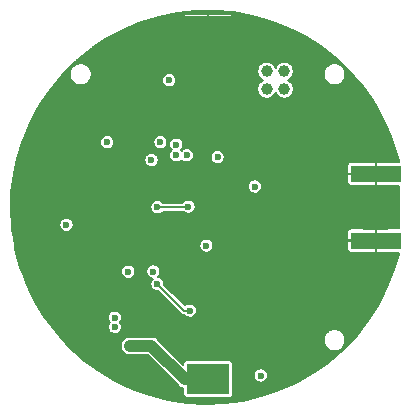
<source format=gbr>
%TF.GenerationSoftware,KiCad,Pcbnew,(5.1.6)-1*%
%TF.CreationDate,2020-10-05T19:31:36+02:00*%
%TF.ProjectId,NRF24,4e524632-342e-46b6-9963-61645f706362,rev?*%
%TF.SameCoordinates,Original*%
%TF.FileFunction,Copper,L4,Bot*%
%TF.FilePolarity,Positive*%
%FSLAX46Y46*%
G04 Gerber Fmt 4.6, Leading zero omitted, Abs format (unit mm)*
G04 Created by KiCad (PCBNEW (5.1.6)-1) date 2020-10-05 19:31:36*
%MOMM*%
%LPD*%
G01*
G04 APERTURE LIST*
%TA.AperFunction,SMDPad,CuDef*%
%ADD10R,4.200000X1.350000*%
%TD*%
%TA.AperFunction,SMDPad,CuDef*%
%ADD11R,3.600000X2.600000*%
%TD*%
%TA.AperFunction,ViaPad*%
%ADD12C,1.000000*%
%TD*%
%TA.AperFunction,ViaPad*%
%ADD13C,0.600000*%
%TD*%
%TA.AperFunction,Conductor*%
%ADD14C,0.152400*%
%TD*%
%TA.AperFunction,Conductor*%
%ADD15C,1.000000*%
%TD*%
%TA.AperFunction,Conductor*%
%ADD16C,0.200000*%
%TD*%
G04 APERTURE END LIST*
D10*
%TO.P,J2,2*%
%TO.N,GND*%
X195000000Y-84425000D03*
X195000000Y-90075000D03*
%TD*%
D11*
%TO.P,BT1,1*%
%TO.N,Net-(BT1-Pad1)*%
X180800000Y-101800000D03*
%TO.P,BT1,2*%
%TO.N,GND*%
X180800000Y-72500000D03*
%TD*%
D12*
%TO.N,GND*%
X179500000Y-77250000D03*
X179500000Y-75750000D03*
D13*
X178500000Y-71500000D03*
X181800000Y-88000000D03*
X183200000Y-86600000D03*
X183200000Y-88000000D03*
X181800000Y-86600000D03*
X184000000Y-84000000D03*
X184000000Y-83000000D03*
X182950000Y-90500000D03*
X172462500Y-92712562D03*
X179600020Y-84000000D03*
X177000000Y-83250000D03*
X172500000Y-89100000D03*
X185050000Y-82300006D03*
X185750000Y-90250000D03*
X178500000Y-72500000D03*
X178500000Y-73500000D03*
X179500000Y-74500000D03*
X180750000Y-74500000D03*
X182000000Y-74500000D03*
X183250000Y-73500000D03*
X192000000Y-84500000D03*
X192000000Y-82750000D03*
X193000000Y-82750000D03*
X194000000Y-82750000D03*
X195000000Y-82750000D03*
X191000000Y-90000000D03*
X192000000Y-91750000D03*
X193000000Y-91750000D03*
X194000000Y-91750000D03*
X195000000Y-91750000D03*
X196000000Y-91750000D03*
X164700000Y-87200000D03*
X164800000Y-85800000D03*
X164900000Y-84500000D03*
X165200000Y-83100000D03*
X165700000Y-81800000D03*
X166300000Y-80400000D03*
X166900000Y-79300000D03*
X167600000Y-78000000D03*
X168500000Y-77000000D03*
X184900000Y-71800000D03*
X186200000Y-72200000D03*
X187500000Y-72700000D03*
X188800000Y-73400000D03*
X189900000Y-74200000D03*
X193000000Y-76900000D03*
X193900000Y-78000000D03*
X194600000Y-79300000D03*
X195200000Y-80500000D03*
X195800000Y-81800000D03*
X195800000Y-92700000D03*
X195200000Y-94000000D03*
X194600000Y-95200000D03*
X193800000Y-96400000D03*
X193000000Y-97500000D03*
X189900000Y-100400000D03*
X188700000Y-101100000D03*
X187500000Y-101800000D03*
X186200000Y-102300000D03*
X178000000Y-103100000D03*
X176600000Y-102800000D03*
X175200000Y-102300000D03*
X172700000Y-101100000D03*
X171600000Y-100300000D03*
X170400000Y-99500000D03*
X169400000Y-98600000D03*
X168500000Y-97500000D03*
X167700000Y-96400000D03*
X166900000Y-95200000D03*
X166200000Y-94000000D03*
X165700000Y-92700000D03*
X165300000Y-91400000D03*
X164900000Y-90000000D03*
X164800000Y-88700000D03*
X174000000Y-101750000D03*
X183250000Y-71500000D03*
X183250000Y-72500000D03*
X190750000Y-85500000D03*
X191000000Y-84500000D03*
X172300000Y-90500000D03*
X180799996Y-92000000D03*
X181350000Y-91500009D03*
X186699998Y-93600000D03*
X186150000Y-94050000D03*
X187350000Y-81650000D03*
X185800000Y-81650000D03*
X171500000Y-87250000D03*
X177100000Y-96600000D03*
X177100000Y-97400000D03*
X186750000Y-90250000D03*
X190000000Y-84500000D03*
X189000000Y-84500000D03*
X188000000Y-84500000D03*
X187000000Y-84500000D03*
X196000000Y-82750000D03*
X192000000Y-83600000D03*
X192000000Y-90000000D03*
X190000000Y-90000000D03*
X192000000Y-90800000D03*
X186000000Y-84500000D03*
X177700000Y-90500000D03*
X176500000Y-94750000D03*
X171000000Y-92750000D03*
X177737516Y-92737490D03*
X176600000Y-71800000D03*
X171600000Y-74100000D03*
X175300000Y-72200000D03*
X173900000Y-72700000D03*
X172700000Y-73400000D03*
X177500000Y-77500000D03*
X171750000Y-76500000D03*
X188735000Y-91015000D03*
%TO.N,/NRST*%
X176500000Y-93750000D03*
X179250000Y-96000000D03*
%TO.N,/SPI_SCK*%
X176500000Y-87249985D03*
X179128621Y-87199999D03*
%TO.N,Net-(BT1-Pad1)*%
X176000000Y-99000000D03*
X174200000Y-99000000D03*
%TO.N,VCC*%
X174037512Y-92712488D03*
X176000000Y-83250000D03*
X185250000Y-101500000D03*
X172900000Y-96600000D03*
X172900000Y-97400000D03*
X178100000Y-81950000D03*
X178100000Y-82850000D03*
X179000000Y-82850000D03*
X168799992Y-88750000D03*
X176162516Y-92694193D03*
X177500000Y-76500000D03*
X176750000Y-81750000D03*
X172250000Y-81750000D03*
D12*
%TO.N,+VSW*%
X185750000Y-77250000D03*
X185750000Y-75750000D03*
D13*
X180650000Y-90500000D03*
X181600000Y-83000000D03*
X184750000Y-85500000D03*
D12*
X187250000Y-75750000D03*
X187250000Y-77250000D03*
%TD*%
D14*
%TO.N,/NRST*%
X176500000Y-93750000D02*
X178750000Y-96000000D01*
X178750000Y-96000000D02*
X179250000Y-96000000D01*
%TO.N,/SPI_SCK*%
X179078635Y-87249985D02*
X179128621Y-87199999D01*
X176500000Y-87249985D02*
X179078635Y-87249985D01*
D15*
%TO.N,Net-(BT1-Pad1)*%
X178800000Y-101800000D02*
X180800000Y-101800000D01*
X176000000Y-99000000D02*
X178800000Y-101800000D01*
X174200000Y-99000000D02*
X176000000Y-99000000D01*
%TD*%
D16*
%TO.N,GND*%
G36*
X183650000Y-74900000D02*
G01*
X178100000Y-74900000D01*
X178100000Y-71100000D01*
X183650000Y-71100000D01*
X183650000Y-74900000D01*
G37*
X183650000Y-74900000D02*
X178100000Y-74900000D01*
X178100000Y-71100000D01*
X183650000Y-71100000D01*
X183650000Y-74900000D01*
G36*
X182960183Y-70744771D02*
G01*
X184531960Y-71032593D01*
X186068921Y-71469741D01*
X187556911Y-72052189D01*
X188982214Y-72774567D01*
X190331724Y-73630232D01*
X191593006Y-74611301D01*
X192754456Y-75708748D01*
X193805368Y-76912454D01*
X194736073Y-78211347D01*
X195538004Y-79593471D01*
X196203767Y-81046085D01*
X196728522Y-82559521D01*
X196925000Y-83292788D01*
X196925000Y-83398455D01*
X195112500Y-83400000D01*
X195025000Y-83487500D01*
X195025000Y-84400000D01*
X195045000Y-84400000D01*
X195045000Y-84450000D01*
X195025000Y-84450000D01*
X195025000Y-85362500D01*
X195112500Y-85450000D01*
X196925000Y-85451545D01*
X196925001Y-89048455D01*
X195112500Y-89050000D01*
X195025000Y-89137500D01*
X195025000Y-90050000D01*
X195045000Y-90050000D01*
X195045000Y-90100000D01*
X195025000Y-90100000D01*
X195025000Y-91012500D01*
X195112500Y-91100000D01*
X196925001Y-91101545D01*
X196925001Y-91203229D01*
X196483240Y-92706432D01*
X195887836Y-94189267D01*
X195153041Y-95608223D01*
X194285635Y-96950210D01*
X193293595Y-98202886D01*
X192186054Y-99354716D01*
X190973222Y-100395083D01*
X189666256Y-101314418D01*
X188277196Y-102104253D01*
X186818825Y-102757316D01*
X185304571Y-103267596D01*
X183748384Y-103630390D01*
X182164590Y-103842360D01*
X180567775Y-103901555D01*
X178972627Y-103807428D01*
X177393856Y-103560849D01*
X175845976Y-103164083D01*
X174343259Y-102620790D01*
X172899529Y-101935966D01*
X171528085Y-101115922D01*
X170241552Y-100168205D01*
X169051779Y-99101545D01*
X168958329Y-99000000D01*
X173396130Y-99000000D01*
X173411576Y-99156827D01*
X173457321Y-99307628D01*
X173531607Y-99446606D01*
X173631578Y-99568422D01*
X173753394Y-99668393D01*
X173892372Y-99742679D01*
X174043173Y-99788424D01*
X174160707Y-99800000D01*
X175668630Y-99800000D01*
X178206531Y-102337902D01*
X178231578Y-102368422D01*
X178262098Y-102393469D01*
X178353393Y-102468393D01*
X178444115Y-102516885D01*
X178492372Y-102542679D01*
X178643173Y-102588424D01*
X178698549Y-102593878D01*
X178698549Y-103100000D01*
X178704341Y-103158810D01*
X178721496Y-103215360D01*
X178749353Y-103267477D01*
X178786842Y-103313158D01*
X178832523Y-103350647D01*
X178884640Y-103378504D01*
X178941190Y-103395659D01*
X179000000Y-103401451D01*
X182600000Y-103401451D01*
X182658810Y-103395659D01*
X182715360Y-103378504D01*
X182767477Y-103350647D01*
X182813158Y-103313158D01*
X182850647Y-103267477D01*
X182878504Y-103215360D01*
X182895659Y-103158810D01*
X182901451Y-103100000D01*
X182901451Y-101440905D01*
X184650000Y-101440905D01*
X184650000Y-101559095D01*
X184673058Y-101675014D01*
X184718287Y-101784207D01*
X184783950Y-101882478D01*
X184867522Y-101966050D01*
X184965793Y-102031713D01*
X185074986Y-102076942D01*
X185190905Y-102100000D01*
X185309095Y-102100000D01*
X185425014Y-102076942D01*
X185534207Y-102031713D01*
X185632478Y-101966050D01*
X185716050Y-101882478D01*
X185781713Y-101784207D01*
X185826942Y-101675014D01*
X185850000Y-101559095D01*
X185850000Y-101440905D01*
X185826942Y-101324986D01*
X185781713Y-101215793D01*
X185716050Y-101117522D01*
X185632478Y-101033950D01*
X185534207Y-100968287D01*
X185425014Y-100923058D01*
X185309095Y-100900000D01*
X185190905Y-100900000D01*
X185074986Y-100923058D01*
X184965793Y-100968287D01*
X184867522Y-101033950D01*
X184783950Y-101117522D01*
X184718287Y-101215793D01*
X184673058Y-101324986D01*
X184650000Y-101440905D01*
X182901451Y-101440905D01*
X182901451Y-100500000D01*
X182895659Y-100441190D01*
X182878504Y-100384640D01*
X182850647Y-100332523D01*
X182813158Y-100286842D01*
X182767477Y-100249353D01*
X182715360Y-100221496D01*
X182658810Y-100204341D01*
X182600000Y-100198549D01*
X179000000Y-100198549D01*
X178941190Y-100204341D01*
X178884640Y-100221496D01*
X178832523Y-100249353D01*
X178786842Y-100286842D01*
X178749353Y-100332523D01*
X178721496Y-100384640D01*
X178704341Y-100441190D01*
X178698549Y-100500000D01*
X178698549Y-100567178D01*
X176593473Y-98462103D01*
X176568422Y-98431578D01*
X176540664Y-98408797D01*
X190574000Y-98408797D01*
X190574000Y-98591203D01*
X190609585Y-98770104D01*
X190679389Y-98938626D01*
X190780728Y-99090291D01*
X190909709Y-99219272D01*
X191061374Y-99320611D01*
X191229896Y-99390415D01*
X191408797Y-99426000D01*
X191591203Y-99426000D01*
X191770104Y-99390415D01*
X191938626Y-99320611D01*
X192090291Y-99219272D01*
X192219272Y-99090291D01*
X192320611Y-98938626D01*
X192390415Y-98770104D01*
X192426000Y-98591203D01*
X192426000Y-98408797D01*
X192390415Y-98229896D01*
X192320611Y-98061374D01*
X192219272Y-97909709D01*
X192090291Y-97780728D01*
X191938626Y-97679389D01*
X191770104Y-97609585D01*
X191591203Y-97574000D01*
X191408797Y-97574000D01*
X191229896Y-97609585D01*
X191061374Y-97679389D01*
X190909709Y-97780728D01*
X190780728Y-97909709D01*
X190679389Y-98061374D01*
X190609585Y-98229896D01*
X190574000Y-98408797D01*
X176540664Y-98408797D01*
X176446606Y-98331607D01*
X176307628Y-98257321D01*
X176156827Y-98211576D01*
X176039293Y-98200000D01*
X176039291Y-98200000D01*
X176000000Y-98196130D01*
X175960709Y-98200000D01*
X174160707Y-98200000D01*
X174043173Y-98211576D01*
X173892372Y-98257321D01*
X173753394Y-98331607D01*
X173631578Y-98431578D01*
X173531607Y-98553394D01*
X173457321Y-98692372D01*
X173411576Y-98843173D01*
X173396130Y-99000000D01*
X168958329Y-99000000D01*
X167969712Y-97925754D01*
X167005325Y-96651669D01*
X166937122Y-96540905D01*
X172300000Y-96540905D01*
X172300000Y-96659095D01*
X172323058Y-96775014D01*
X172368287Y-96884207D01*
X172433950Y-96982478D01*
X172451472Y-97000000D01*
X172433950Y-97017522D01*
X172368287Y-97115793D01*
X172323058Y-97224986D01*
X172300000Y-97340905D01*
X172300000Y-97459095D01*
X172323058Y-97575014D01*
X172368287Y-97684207D01*
X172433950Y-97782478D01*
X172517522Y-97866050D01*
X172615793Y-97931713D01*
X172724986Y-97976942D01*
X172840905Y-98000000D01*
X172959095Y-98000000D01*
X173075014Y-97976942D01*
X173184207Y-97931713D01*
X173282478Y-97866050D01*
X173366050Y-97782478D01*
X173431713Y-97684207D01*
X173476942Y-97575014D01*
X173500000Y-97459095D01*
X173500000Y-97340905D01*
X173476942Y-97224986D01*
X173431713Y-97115793D01*
X173366050Y-97017522D01*
X173348528Y-97000000D01*
X173366050Y-96982478D01*
X173431713Y-96884207D01*
X173476942Y-96775014D01*
X173500000Y-96659095D01*
X173500000Y-96540905D01*
X173476942Y-96424986D01*
X173431713Y-96315793D01*
X173366050Y-96217522D01*
X173282478Y-96133950D01*
X173184207Y-96068287D01*
X173075014Y-96023058D01*
X172959095Y-96000000D01*
X172840905Y-96000000D01*
X172724986Y-96023058D01*
X172615793Y-96068287D01*
X172517522Y-96133950D01*
X172433950Y-96217522D01*
X172368287Y-96315793D01*
X172323058Y-96424986D01*
X172300000Y-96540905D01*
X166937122Y-96540905D01*
X166167491Y-95291014D01*
X165463927Y-93856320D01*
X165011225Y-92653393D01*
X173437512Y-92653393D01*
X173437512Y-92771583D01*
X173460570Y-92887502D01*
X173505799Y-92996695D01*
X173571462Y-93094966D01*
X173655034Y-93178538D01*
X173753305Y-93244201D01*
X173862498Y-93289430D01*
X173978417Y-93312488D01*
X174096607Y-93312488D01*
X174212526Y-93289430D01*
X174321719Y-93244201D01*
X174419990Y-93178538D01*
X174503562Y-93094966D01*
X174569225Y-92996695D01*
X174614454Y-92887502D01*
X174637512Y-92771583D01*
X174637512Y-92653393D01*
X174633873Y-92635098D01*
X175562516Y-92635098D01*
X175562516Y-92753288D01*
X175585574Y-92869207D01*
X175630803Y-92978400D01*
X175696466Y-93076671D01*
X175780038Y-93160243D01*
X175878309Y-93225906D01*
X175987502Y-93271135D01*
X176103421Y-93294193D01*
X176107279Y-93294193D01*
X176033950Y-93367522D01*
X175968287Y-93465793D01*
X175923058Y-93574986D01*
X175900000Y-93690905D01*
X175900000Y-93809095D01*
X175923058Y-93925014D01*
X175968287Y-94034207D01*
X176033950Y-94132478D01*
X176117522Y-94216050D01*
X176215793Y-94281713D01*
X176324986Y-94326942D01*
X176440905Y-94350000D01*
X176559095Y-94350000D01*
X176566501Y-94348527D01*
X178470915Y-96252942D01*
X178482699Y-96267301D01*
X178539983Y-96314312D01*
X178605338Y-96349245D01*
X178676252Y-96370756D01*
X178750000Y-96378021D01*
X178768485Y-96376200D01*
X178779755Y-96376200D01*
X178783950Y-96382478D01*
X178867522Y-96466050D01*
X178965793Y-96531713D01*
X179074986Y-96576942D01*
X179190905Y-96600000D01*
X179309095Y-96600000D01*
X179425014Y-96576942D01*
X179534207Y-96531713D01*
X179632478Y-96466050D01*
X179716050Y-96382478D01*
X179781713Y-96284207D01*
X179826942Y-96175014D01*
X179850000Y-96059095D01*
X179850000Y-95940905D01*
X179826942Y-95824986D01*
X179781713Y-95715793D01*
X179716050Y-95617522D01*
X179632478Y-95533950D01*
X179534207Y-95468287D01*
X179425014Y-95423058D01*
X179309095Y-95400000D01*
X179190905Y-95400000D01*
X179074986Y-95423058D01*
X178965793Y-95468287D01*
X178867522Y-95533950D01*
X178841749Y-95559723D01*
X177098527Y-93816501D01*
X177100000Y-93809095D01*
X177100000Y-93690905D01*
X177076942Y-93574986D01*
X177031713Y-93465793D01*
X176966050Y-93367522D01*
X176882478Y-93283950D01*
X176784207Y-93218287D01*
X176675014Y-93173058D01*
X176559095Y-93150000D01*
X176555237Y-93150000D01*
X176628566Y-93076671D01*
X176694229Y-92978400D01*
X176739458Y-92869207D01*
X176762516Y-92753288D01*
X176762516Y-92635098D01*
X176739458Y-92519179D01*
X176694229Y-92409986D01*
X176628566Y-92311715D01*
X176544994Y-92228143D01*
X176446723Y-92162480D01*
X176337530Y-92117251D01*
X176221611Y-92094193D01*
X176103421Y-92094193D01*
X175987502Y-92117251D01*
X175878309Y-92162480D01*
X175780038Y-92228143D01*
X175696466Y-92311715D01*
X175630803Y-92409986D01*
X175585574Y-92519179D01*
X175562516Y-92635098D01*
X174633873Y-92635098D01*
X174614454Y-92537474D01*
X174569225Y-92428281D01*
X174503562Y-92330010D01*
X174419990Y-92246438D01*
X174321719Y-92180775D01*
X174212526Y-92135546D01*
X174096607Y-92112488D01*
X173978417Y-92112488D01*
X173862498Y-92135546D01*
X173753305Y-92180775D01*
X173655034Y-92246438D01*
X173571462Y-92330010D01*
X173505799Y-92428281D01*
X173460570Y-92537474D01*
X173437512Y-92653393D01*
X165011225Y-92653393D01*
X164901117Y-92360813D01*
X164484231Y-90818224D01*
X164420257Y-90440905D01*
X180050000Y-90440905D01*
X180050000Y-90559095D01*
X180073058Y-90675014D01*
X180118287Y-90784207D01*
X180183950Y-90882478D01*
X180267522Y-90966050D01*
X180365793Y-91031713D01*
X180474986Y-91076942D01*
X180590905Y-91100000D01*
X180709095Y-91100000D01*
X180825014Y-91076942D01*
X180934207Y-91031713D01*
X181032478Y-90966050D01*
X181116050Y-90882478D01*
X181181713Y-90784207D01*
X181195881Y-90750000D01*
X192548306Y-90750000D01*
X192555064Y-90818612D01*
X192575077Y-90884587D01*
X192607577Y-90945391D01*
X192651315Y-90998685D01*
X192704609Y-91042423D01*
X192765413Y-91074923D01*
X192831388Y-91094936D01*
X192900000Y-91101694D01*
X194887500Y-91100000D01*
X194975000Y-91012500D01*
X194975000Y-90100000D01*
X192637500Y-90100000D01*
X192550000Y-90187500D01*
X192548306Y-90750000D01*
X181195881Y-90750000D01*
X181226942Y-90675014D01*
X181250000Y-90559095D01*
X181250000Y-90440905D01*
X181226942Y-90324986D01*
X181181713Y-90215793D01*
X181116050Y-90117522D01*
X181032478Y-90033950D01*
X180934207Y-89968287D01*
X180825014Y-89923058D01*
X180709095Y-89900000D01*
X180590905Y-89900000D01*
X180474986Y-89923058D01*
X180365793Y-89968287D01*
X180267522Y-90033950D01*
X180183950Y-90117522D01*
X180118287Y-90215793D01*
X180073058Y-90324986D01*
X180050000Y-90440905D01*
X164420257Y-90440905D01*
X164243771Y-89400000D01*
X192548306Y-89400000D01*
X192550000Y-89962500D01*
X192637500Y-90050000D01*
X194975000Y-90050000D01*
X194975000Y-89137500D01*
X194887500Y-89050000D01*
X192900000Y-89048306D01*
X192831388Y-89055064D01*
X192765413Y-89075077D01*
X192704609Y-89107577D01*
X192651315Y-89151315D01*
X192607577Y-89204609D01*
X192575077Y-89265413D01*
X192555064Y-89331388D01*
X192548306Y-89400000D01*
X164243771Y-89400000D01*
X164217116Y-89242795D01*
X164177334Y-88690905D01*
X168199992Y-88690905D01*
X168199992Y-88809095D01*
X168223050Y-88925014D01*
X168268279Y-89034207D01*
X168333942Y-89132478D01*
X168417514Y-89216050D01*
X168515785Y-89281713D01*
X168624978Y-89326942D01*
X168740897Y-89350000D01*
X168859087Y-89350000D01*
X168975006Y-89326942D01*
X169084199Y-89281713D01*
X169182470Y-89216050D01*
X169266042Y-89132478D01*
X169331705Y-89034207D01*
X169376934Y-88925014D01*
X169399992Y-88809095D01*
X169399992Y-88690905D01*
X169376934Y-88574986D01*
X169331705Y-88465793D01*
X169266042Y-88367522D01*
X169182470Y-88283950D01*
X169084199Y-88218287D01*
X168975006Y-88173058D01*
X168859087Y-88150000D01*
X168740897Y-88150000D01*
X168624978Y-88173058D01*
X168515785Y-88218287D01*
X168417514Y-88283950D01*
X168333942Y-88367522D01*
X168268279Y-88465793D01*
X168223050Y-88574986D01*
X168199992Y-88690905D01*
X164177334Y-88690905D01*
X164102229Y-87649012D01*
X164113241Y-87190890D01*
X175900000Y-87190890D01*
X175900000Y-87309080D01*
X175923058Y-87424999D01*
X175968287Y-87534192D01*
X176033950Y-87632463D01*
X176117522Y-87716035D01*
X176215793Y-87781698D01*
X176324986Y-87826927D01*
X176440905Y-87849985D01*
X176559095Y-87849985D01*
X176675014Y-87826927D01*
X176784207Y-87781698D01*
X176882478Y-87716035D01*
X176966050Y-87632463D01*
X176970245Y-87626185D01*
X178706279Y-87626185D01*
X178746143Y-87666049D01*
X178844414Y-87731712D01*
X178953607Y-87776941D01*
X179069526Y-87799999D01*
X179187716Y-87799999D01*
X179303635Y-87776941D01*
X179412828Y-87731712D01*
X179511099Y-87666049D01*
X179594671Y-87582477D01*
X179660334Y-87484206D01*
X179705563Y-87375013D01*
X179728621Y-87259094D01*
X179728621Y-87140904D01*
X179705563Y-87024985D01*
X179660334Y-86915792D01*
X179594671Y-86817521D01*
X179511099Y-86733949D01*
X179412828Y-86668286D01*
X179303635Y-86623057D01*
X179187716Y-86599999D01*
X179069526Y-86599999D01*
X178953607Y-86623057D01*
X178844414Y-86668286D01*
X178746143Y-86733949D01*
X178662571Y-86817521D01*
X178624976Y-86873785D01*
X176970245Y-86873785D01*
X176966050Y-86867507D01*
X176882478Y-86783935D01*
X176784207Y-86718272D01*
X176675014Y-86673043D01*
X176559095Y-86649985D01*
X176440905Y-86649985D01*
X176324986Y-86673043D01*
X176215793Y-86718272D01*
X176117522Y-86783935D01*
X176033950Y-86867507D01*
X175968287Y-86965778D01*
X175923058Y-87074971D01*
X175900000Y-87190890D01*
X164113241Y-87190890D01*
X164140628Y-86051563D01*
X164214277Y-85440905D01*
X184150000Y-85440905D01*
X184150000Y-85559095D01*
X184173058Y-85675014D01*
X184218287Y-85784207D01*
X184283950Y-85882478D01*
X184367522Y-85966050D01*
X184465793Y-86031713D01*
X184574986Y-86076942D01*
X184690905Y-86100000D01*
X184809095Y-86100000D01*
X184925014Y-86076942D01*
X185034207Y-86031713D01*
X185132478Y-85966050D01*
X185216050Y-85882478D01*
X185281713Y-85784207D01*
X185326942Y-85675014D01*
X185350000Y-85559095D01*
X185350000Y-85440905D01*
X185326942Y-85324986D01*
X185281713Y-85215793D01*
X185216050Y-85117522D01*
X185198528Y-85100000D01*
X192548306Y-85100000D01*
X192555064Y-85168612D01*
X192575077Y-85234587D01*
X192607577Y-85295391D01*
X192651315Y-85348685D01*
X192704609Y-85392423D01*
X192765413Y-85424923D01*
X192831388Y-85444936D01*
X192900000Y-85451694D01*
X194887500Y-85450000D01*
X194975000Y-85362500D01*
X194975000Y-84450000D01*
X192637500Y-84450000D01*
X192550000Y-84537500D01*
X192548306Y-85100000D01*
X185198528Y-85100000D01*
X185132478Y-85033950D01*
X185034207Y-84968287D01*
X184925014Y-84923058D01*
X184809095Y-84900000D01*
X184690905Y-84900000D01*
X184574986Y-84923058D01*
X184465793Y-84968287D01*
X184367522Y-85033950D01*
X184283950Y-85117522D01*
X184218287Y-85215793D01*
X184173058Y-85324986D01*
X184150000Y-85440905D01*
X164214277Y-85440905D01*
X164331961Y-84465133D01*
X164611582Y-83190905D01*
X175400000Y-83190905D01*
X175400000Y-83309095D01*
X175423058Y-83425014D01*
X175468287Y-83534207D01*
X175533950Y-83632478D01*
X175617522Y-83716050D01*
X175715793Y-83781713D01*
X175824986Y-83826942D01*
X175940905Y-83850000D01*
X176059095Y-83850000D01*
X176175014Y-83826942D01*
X176284207Y-83781713D01*
X176331668Y-83750000D01*
X192548306Y-83750000D01*
X192550000Y-84312500D01*
X192637500Y-84400000D01*
X194975000Y-84400000D01*
X194975000Y-83487500D01*
X194887500Y-83400000D01*
X192900000Y-83398306D01*
X192831388Y-83405064D01*
X192765413Y-83425077D01*
X192704609Y-83457577D01*
X192651315Y-83501315D01*
X192607577Y-83554609D01*
X192575077Y-83615413D01*
X192555064Y-83681388D01*
X192548306Y-83750000D01*
X176331668Y-83750000D01*
X176382478Y-83716050D01*
X176466050Y-83632478D01*
X176531713Y-83534207D01*
X176576942Y-83425014D01*
X176600000Y-83309095D01*
X176600000Y-83190905D01*
X176576942Y-83074986D01*
X176531713Y-82965793D01*
X176466050Y-82867522D01*
X176382478Y-82783950D01*
X176284207Y-82718287D01*
X176175014Y-82673058D01*
X176059095Y-82650000D01*
X175940905Y-82650000D01*
X175824986Y-82673058D01*
X175715793Y-82718287D01*
X175617522Y-82783950D01*
X175533950Y-82867522D01*
X175468287Y-82965793D01*
X175423058Y-83074986D01*
X175400000Y-83190905D01*
X164611582Y-83190905D01*
X164674464Y-82904355D01*
X165065859Y-81690905D01*
X171650000Y-81690905D01*
X171650000Y-81809095D01*
X171673058Y-81925014D01*
X171718287Y-82034207D01*
X171783950Y-82132478D01*
X171867522Y-82216050D01*
X171965793Y-82281713D01*
X172074986Y-82326942D01*
X172190905Y-82350000D01*
X172309095Y-82350000D01*
X172425014Y-82326942D01*
X172534207Y-82281713D01*
X172632478Y-82216050D01*
X172716050Y-82132478D01*
X172781713Y-82034207D01*
X172826942Y-81925014D01*
X172850000Y-81809095D01*
X172850000Y-81690905D01*
X176150000Y-81690905D01*
X176150000Y-81809095D01*
X176173058Y-81925014D01*
X176218287Y-82034207D01*
X176283950Y-82132478D01*
X176367522Y-82216050D01*
X176465793Y-82281713D01*
X176574986Y-82326942D01*
X176690905Y-82350000D01*
X176809095Y-82350000D01*
X176925014Y-82326942D01*
X177034207Y-82281713D01*
X177132478Y-82216050D01*
X177216050Y-82132478D01*
X177281713Y-82034207D01*
X177326942Y-81925014D01*
X177333726Y-81890905D01*
X177500000Y-81890905D01*
X177500000Y-82009095D01*
X177523058Y-82125014D01*
X177568287Y-82234207D01*
X177633950Y-82332478D01*
X177701472Y-82400000D01*
X177633950Y-82467522D01*
X177568287Y-82565793D01*
X177523058Y-82674986D01*
X177500000Y-82790905D01*
X177500000Y-82909095D01*
X177523058Y-83025014D01*
X177568287Y-83134207D01*
X177633950Y-83232478D01*
X177717522Y-83316050D01*
X177815793Y-83381713D01*
X177924986Y-83426942D01*
X178040905Y-83450000D01*
X178159095Y-83450000D01*
X178275014Y-83426942D01*
X178384207Y-83381713D01*
X178482478Y-83316050D01*
X178550000Y-83248528D01*
X178617522Y-83316050D01*
X178715793Y-83381713D01*
X178824986Y-83426942D01*
X178940905Y-83450000D01*
X179059095Y-83450000D01*
X179175014Y-83426942D01*
X179284207Y-83381713D01*
X179382478Y-83316050D01*
X179466050Y-83232478D01*
X179531713Y-83134207D01*
X179576942Y-83025014D01*
X179593672Y-82940905D01*
X181000000Y-82940905D01*
X181000000Y-83059095D01*
X181023058Y-83175014D01*
X181068287Y-83284207D01*
X181133950Y-83382478D01*
X181217522Y-83466050D01*
X181315793Y-83531713D01*
X181424986Y-83576942D01*
X181540905Y-83600000D01*
X181659095Y-83600000D01*
X181775014Y-83576942D01*
X181884207Y-83531713D01*
X181982478Y-83466050D01*
X182066050Y-83382478D01*
X182131713Y-83284207D01*
X182176942Y-83175014D01*
X182200000Y-83059095D01*
X182200000Y-82940905D01*
X182176942Y-82824986D01*
X182131713Y-82715793D01*
X182066050Y-82617522D01*
X181982478Y-82533950D01*
X181884207Y-82468287D01*
X181775014Y-82423058D01*
X181659095Y-82400000D01*
X181540905Y-82400000D01*
X181424986Y-82423058D01*
X181315793Y-82468287D01*
X181217522Y-82533950D01*
X181133950Y-82617522D01*
X181068287Y-82715793D01*
X181023058Y-82824986D01*
X181000000Y-82940905D01*
X179593672Y-82940905D01*
X179600000Y-82909095D01*
X179600000Y-82790905D01*
X179576942Y-82674986D01*
X179531713Y-82565793D01*
X179466050Y-82467522D01*
X179382478Y-82383950D01*
X179284207Y-82318287D01*
X179175014Y-82273058D01*
X179059095Y-82250000D01*
X178940905Y-82250000D01*
X178824986Y-82273058D01*
X178715793Y-82318287D01*
X178617522Y-82383950D01*
X178550000Y-82451472D01*
X178498528Y-82400000D01*
X178566050Y-82332478D01*
X178631713Y-82234207D01*
X178676942Y-82125014D01*
X178700000Y-82009095D01*
X178700000Y-81890905D01*
X178676942Y-81774986D01*
X178631713Y-81665793D01*
X178566050Y-81567522D01*
X178482478Y-81483950D01*
X178384207Y-81418287D01*
X178275014Y-81373058D01*
X178159095Y-81350000D01*
X178040905Y-81350000D01*
X177924986Y-81373058D01*
X177815793Y-81418287D01*
X177717522Y-81483950D01*
X177633950Y-81567522D01*
X177568287Y-81665793D01*
X177523058Y-81774986D01*
X177500000Y-81890905D01*
X177333726Y-81890905D01*
X177350000Y-81809095D01*
X177350000Y-81690905D01*
X177326942Y-81574986D01*
X177281713Y-81465793D01*
X177216050Y-81367522D01*
X177132478Y-81283950D01*
X177034207Y-81218287D01*
X176925014Y-81173058D01*
X176809095Y-81150000D01*
X176690905Y-81150000D01*
X176574986Y-81173058D01*
X176465793Y-81218287D01*
X176367522Y-81283950D01*
X176283950Y-81367522D01*
X176218287Y-81465793D01*
X176173058Y-81574986D01*
X176150000Y-81690905D01*
X172850000Y-81690905D01*
X172826942Y-81574986D01*
X172781713Y-81465793D01*
X172716050Y-81367522D01*
X172632478Y-81283950D01*
X172534207Y-81218287D01*
X172425014Y-81173058D01*
X172309095Y-81150000D01*
X172190905Y-81150000D01*
X172074986Y-81173058D01*
X171965793Y-81218287D01*
X171867522Y-81283950D01*
X171783950Y-81367522D01*
X171718287Y-81465793D01*
X171673058Y-81574986D01*
X171650000Y-81690905D01*
X165065859Y-81690905D01*
X165164982Y-81383595D01*
X165799000Y-79916848D01*
X166570681Y-78517624D01*
X167472932Y-77198784D01*
X168497412Y-75972518D01*
X168561977Y-75908797D01*
X169074000Y-75908797D01*
X169074000Y-76091203D01*
X169109585Y-76270104D01*
X169179389Y-76438626D01*
X169280728Y-76590291D01*
X169409709Y-76719272D01*
X169561374Y-76820611D01*
X169729896Y-76890415D01*
X169908797Y-76926000D01*
X170091203Y-76926000D01*
X170270104Y-76890415D01*
X170438626Y-76820611D01*
X170590291Y-76719272D01*
X170719272Y-76590291D01*
X170819088Y-76440905D01*
X176900000Y-76440905D01*
X176900000Y-76559095D01*
X176923058Y-76675014D01*
X176968287Y-76784207D01*
X177033950Y-76882478D01*
X177117522Y-76966050D01*
X177215793Y-77031713D01*
X177324986Y-77076942D01*
X177440905Y-77100000D01*
X177559095Y-77100000D01*
X177675014Y-77076942D01*
X177784207Y-77031713D01*
X177882478Y-76966050D01*
X177966050Y-76882478D01*
X178031713Y-76784207D01*
X178076942Y-76675014D01*
X178100000Y-76559095D01*
X178100000Y-76440905D01*
X178076942Y-76324986D01*
X178031713Y-76215793D01*
X177966050Y-76117522D01*
X177882478Y-76033950D01*
X177784207Y-75968287D01*
X177675014Y-75923058D01*
X177559095Y-75900000D01*
X177440905Y-75900000D01*
X177324986Y-75923058D01*
X177215793Y-75968287D01*
X177117522Y-76033950D01*
X177033950Y-76117522D01*
X176968287Y-76215793D01*
X176923058Y-76324986D01*
X176900000Y-76440905D01*
X170819088Y-76440905D01*
X170820611Y-76438626D01*
X170890415Y-76270104D01*
X170926000Y-76091203D01*
X170926000Y-75908797D01*
X170890415Y-75729896D01*
X170866106Y-75671207D01*
X184950000Y-75671207D01*
X184950000Y-75828793D01*
X184980743Y-75983351D01*
X185041049Y-76128942D01*
X185128599Y-76259970D01*
X185240030Y-76371401D01*
X185371058Y-76458951D01*
X185470159Y-76500000D01*
X185371058Y-76541049D01*
X185240030Y-76628599D01*
X185128599Y-76740030D01*
X185041049Y-76871058D01*
X184980743Y-77016649D01*
X184950000Y-77171207D01*
X184950000Y-77328793D01*
X184980743Y-77483351D01*
X185041049Y-77628942D01*
X185128599Y-77759970D01*
X185240030Y-77871401D01*
X185371058Y-77958951D01*
X185516649Y-78019257D01*
X185671207Y-78050000D01*
X185828793Y-78050000D01*
X185983351Y-78019257D01*
X186128942Y-77958951D01*
X186259970Y-77871401D01*
X186371401Y-77759970D01*
X186458951Y-77628942D01*
X186500000Y-77529841D01*
X186541049Y-77628942D01*
X186628599Y-77759970D01*
X186740030Y-77871401D01*
X186871058Y-77958951D01*
X187016649Y-78019257D01*
X187171207Y-78050000D01*
X187328793Y-78050000D01*
X187483351Y-78019257D01*
X187628942Y-77958951D01*
X187759970Y-77871401D01*
X187871401Y-77759970D01*
X187958951Y-77628942D01*
X188019257Y-77483351D01*
X188050000Y-77328793D01*
X188050000Y-77171207D01*
X188019257Y-77016649D01*
X187958951Y-76871058D01*
X187871401Y-76740030D01*
X187759970Y-76628599D01*
X187628942Y-76541049D01*
X187529841Y-76500000D01*
X187628942Y-76458951D01*
X187759970Y-76371401D01*
X187871401Y-76259970D01*
X187958951Y-76128942D01*
X188019257Y-75983351D01*
X188034086Y-75908797D01*
X190574000Y-75908797D01*
X190574000Y-76091203D01*
X190609585Y-76270104D01*
X190679389Y-76438626D01*
X190780728Y-76590291D01*
X190909709Y-76719272D01*
X191061374Y-76820611D01*
X191229896Y-76890415D01*
X191408797Y-76926000D01*
X191591203Y-76926000D01*
X191770104Y-76890415D01*
X191938626Y-76820611D01*
X192090291Y-76719272D01*
X192219272Y-76590291D01*
X192320611Y-76438626D01*
X192390415Y-76270104D01*
X192426000Y-76091203D01*
X192426000Y-75908797D01*
X192390415Y-75729896D01*
X192320611Y-75561374D01*
X192219272Y-75409709D01*
X192090291Y-75280728D01*
X191938626Y-75179389D01*
X191770104Y-75109585D01*
X191591203Y-75074000D01*
X191408797Y-75074000D01*
X191229896Y-75109585D01*
X191061374Y-75179389D01*
X190909709Y-75280728D01*
X190780728Y-75409709D01*
X190679389Y-75561374D01*
X190609585Y-75729896D01*
X190574000Y-75908797D01*
X188034086Y-75908797D01*
X188050000Y-75828793D01*
X188050000Y-75671207D01*
X188019257Y-75516649D01*
X187958951Y-75371058D01*
X187871401Y-75240030D01*
X187759970Y-75128599D01*
X187628942Y-75041049D01*
X187483351Y-74980743D01*
X187328793Y-74950000D01*
X187171207Y-74950000D01*
X187016649Y-74980743D01*
X186871058Y-75041049D01*
X186740030Y-75128599D01*
X186628599Y-75240030D01*
X186541049Y-75371058D01*
X186500000Y-75470159D01*
X186458951Y-75371058D01*
X186371401Y-75240030D01*
X186259970Y-75128599D01*
X186128942Y-75041049D01*
X185983351Y-74980743D01*
X185828793Y-74950000D01*
X185671207Y-74950000D01*
X185516649Y-74980743D01*
X185371058Y-75041049D01*
X185240030Y-75128599D01*
X185128599Y-75240030D01*
X185041049Y-75371058D01*
X184980743Y-75516649D01*
X184950000Y-75671207D01*
X170866106Y-75671207D01*
X170820611Y-75561374D01*
X170719272Y-75409709D01*
X170590291Y-75280728D01*
X170438626Y-75179389D01*
X170270104Y-75109585D01*
X170091203Y-75074000D01*
X169908797Y-75074000D01*
X169729896Y-75109585D01*
X169561374Y-75179389D01*
X169409709Y-75280728D01*
X169280728Y-75409709D01*
X169179389Y-75561374D01*
X169109585Y-75729896D01*
X169074000Y-75908797D01*
X168561977Y-75908797D01*
X169634726Y-74850074D01*
X170874380Y-73841808D01*
X170937251Y-73800000D01*
X178648306Y-73800000D01*
X178655064Y-73868612D01*
X178675077Y-73934587D01*
X178707577Y-73995391D01*
X178751315Y-74048685D01*
X178804609Y-74092423D01*
X178865413Y-74124923D01*
X178931388Y-74144936D01*
X179000000Y-74151694D01*
X180687500Y-74150000D01*
X180775000Y-74062500D01*
X180775000Y-72525000D01*
X180825000Y-72525000D01*
X180825000Y-74062500D01*
X180912500Y-74150000D01*
X182600000Y-74151694D01*
X182668612Y-74144936D01*
X182734587Y-74124923D01*
X182795391Y-74092423D01*
X182848685Y-74048685D01*
X182892423Y-73995391D01*
X182924923Y-73934587D01*
X182944936Y-73868612D01*
X182951694Y-73800000D01*
X182950000Y-72612500D01*
X182862500Y-72525000D01*
X180825000Y-72525000D01*
X180775000Y-72525000D01*
X178737500Y-72525000D01*
X178650000Y-72612500D01*
X178648306Y-73800000D01*
X170937251Y-73800000D01*
X172204958Y-72957004D01*
X173614228Y-72203796D01*
X175089193Y-71589133D01*
X176352283Y-71200000D01*
X178648306Y-71200000D01*
X178650000Y-72387500D01*
X178737500Y-72475000D01*
X180775000Y-72475000D01*
X180775000Y-70937500D01*
X180825000Y-70937500D01*
X180825000Y-72475000D01*
X182862500Y-72475000D01*
X182950000Y-72387500D01*
X182951694Y-71200000D01*
X182944936Y-71131388D01*
X182924923Y-71065413D01*
X182892423Y-71004609D01*
X182848685Y-70951315D01*
X182795391Y-70907577D01*
X182734587Y-70875077D01*
X182668612Y-70855064D01*
X182600000Y-70848306D01*
X180912500Y-70850000D01*
X180825000Y-70937500D01*
X180775000Y-70937500D01*
X180687500Y-70850000D01*
X179000000Y-70848306D01*
X178931388Y-70855064D01*
X178865413Y-70875077D01*
X178804609Y-70907577D01*
X178751315Y-70951315D01*
X178707577Y-71004609D01*
X178675077Y-71065413D01*
X178655064Y-71131388D01*
X178648306Y-71200000D01*
X176352283Y-71200000D01*
X176616273Y-71118670D01*
X178181430Y-70796735D01*
X179770229Y-70626296D01*
X181368058Y-70608922D01*
X182960183Y-70744771D01*
G37*
X182960183Y-70744771D02*
X184531960Y-71032593D01*
X186068921Y-71469741D01*
X187556911Y-72052189D01*
X188982214Y-72774567D01*
X190331724Y-73630232D01*
X191593006Y-74611301D01*
X192754456Y-75708748D01*
X193805368Y-76912454D01*
X194736073Y-78211347D01*
X195538004Y-79593471D01*
X196203767Y-81046085D01*
X196728522Y-82559521D01*
X196925000Y-83292788D01*
X196925000Y-83398455D01*
X195112500Y-83400000D01*
X195025000Y-83487500D01*
X195025000Y-84400000D01*
X195045000Y-84400000D01*
X195045000Y-84450000D01*
X195025000Y-84450000D01*
X195025000Y-85362500D01*
X195112500Y-85450000D01*
X196925000Y-85451545D01*
X196925001Y-89048455D01*
X195112500Y-89050000D01*
X195025000Y-89137500D01*
X195025000Y-90050000D01*
X195045000Y-90050000D01*
X195045000Y-90100000D01*
X195025000Y-90100000D01*
X195025000Y-91012500D01*
X195112500Y-91100000D01*
X196925001Y-91101545D01*
X196925001Y-91203229D01*
X196483240Y-92706432D01*
X195887836Y-94189267D01*
X195153041Y-95608223D01*
X194285635Y-96950210D01*
X193293595Y-98202886D01*
X192186054Y-99354716D01*
X190973222Y-100395083D01*
X189666256Y-101314418D01*
X188277196Y-102104253D01*
X186818825Y-102757316D01*
X185304571Y-103267596D01*
X183748384Y-103630390D01*
X182164590Y-103842360D01*
X180567775Y-103901555D01*
X178972627Y-103807428D01*
X177393856Y-103560849D01*
X175845976Y-103164083D01*
X174343259Y-102620790D01*
X172899529Y-101935966D01*
X171528085Y-101115922D01*
X170241552Y-100168205D01*
X169051779Y-99101545D01*
X168958329Y-99000000D01*
X173396130Y-99000000D01*
X173411576Y-99156827D01*
X173457321Y-99307628D01*
X173531607Y-99446606D01*
X173631578Y-99568422D01*
X173753394Y-99668393D01*
X173892372Y-99742679D01*
X174043173Y-99788424D01*
X174160707Y-99800000D01*
X175668630Y-99800000D01*
X178206531Y-102337902D01*
X178231578Y-102368422D01*
X178262098Y-102393469D01*
X178353393Y-102468393D01*
X178444115Y-102516885D01*
X178492372Y-102542679D01*
X178643173Y-102588424D01*
X178698549Y-102593878D01*
X178698549Y-103100000D01*
X178704341Y-103158810D01*
X178721496Y-103215360D01*
X178749353Y-103267477D01*
X178786842Y-103313158D01*
X178832523Y-103350647D01*
X178884640Y-103378504D01*
X178941190Y-103395659D01*
X179000000Y-103401451D01*
X182600000Y-103401451D01*
X182658810Y-103395659D01*
X182715360Y-103378504D01*
X182767477Y-103350647D01*
X182813158Y-103313158D01*
X182850647Y-103267477D01*
X182878504Y-103215360D01*
X182895659Y-103158810D01*
X182901451Y-103100000D01*
X182901451Y-101440905D01*
X184650000Y-101440905D01*
X184650000Y-101559095D01*
X184673058Y-101675014D01*
X184718287Y-101784207D01*
X184783950Y-101882478D01*
X184867522Y-101966050D01*
X184965793Y-102031713D01*
X185074986Y-102076942D01*
X185190905Y-102100000D01*
X185309095Y-102100000D01*
X185425014Y-102076942D01*
X185534207Y-102031713D01*
X185632478Y-101966050D01*
X185716050Y-101882478D01*
X185781713Y-101784207D01*
X185826942Y-101675014D01*
X185850000Y-101559095D01*
X185850000Y-101440905D01*
X185826942Y-101324986D01*
X185781713Y-101215793D01*
X185716050Y-101117522D01*
X185632478Y-101033950D01*
X185534207Y-100968287D01*
X185425014Y-100923058D01*
X185309095Y-100900000D01*
X185190905Y-100900000D01*
X185074986Y-100923058D01*
X184965793Y-100968287D01*
X184867522Y-101033950D01*
X184783950Y-101117522D01*
X184718287Y-101215793D01*
X184673058Y-101324986D01*
X184650000Y-101440905D01*
X182901451Y-101440905D01*
X182901451Y-100500000D01*
X182895659Y-100441190D01*
X182878504Y-100384640D01*
X182850647Y-100332523D01*
X182813158Y-100286842D01*
X182767477Y-100249353D01*
X182715360Y-100221496D01*
X182658810Y-100204341D01*
X182600000Y-100198549D01*
X179000000Y-100198549D01*
X178941190Y-100204341D01*
X178884640Y-100221496D01*
X178832523Y-100249353D01*
X178786842Y-100286842D01*
X178749353Y-100332523D01*
X178721496Y-100384640D01*
X178704341Y-100441190D01*
X178698549Y-100500000D01*
X178698549Y-100567178D01*
X176593473Y-98462103D01*
X176568422Y-98431578D01*
X176540664Y-98408797D01*
X190574000Y-98408797D01*
X190574000Y-98591203D01*
X190609585Y-98770104D01*
X190679389Y-98938626D01*
X190780728Y-99090291D01*
X190909709Y-99219272D01*
X191061374Y-99320611D01*
X191229896Y-99390415D01*
X191408797Y-99426000D01*
X191591203Y-99426000D01*
X191770104Y-99390415D01*
X191938626Y-99320611D01*
X192090291Y-99219272D01*
X192219272Y-99090291D01*
X192320611Y-98938626D01*
X192390415Y-98770104D01*
X192426000Y-98591203D01*
X192426000Y-98408797D01*
X192390415Y-98229896D01*
X192320611Y-98061374D01*
X192219272Y-97909709D01*
X192090291Y-97780728D01*
X191938626Y-97679389D01*
X191770104Y-97609585D01*
X191591203Y-97574000D01*
X191408797Y-97574000D01*
X191229896Y-97609585D01*
X191061374Y-97679389D01*
X190909709Y-97780728D01*
X190780728Y-97909709D01*
X190679389Y-98061374D01*
X190609585Y-98229896D01*
X190574000Y-98408797D01*
X176540664Y-98408797D01*
X176446606Y-98331607D01*
X176307628Y-98257321D01*
X176156827Y-98211576D01*
X176039293Y-98200000D01*
X176039291Y-98200000D01*
X176000000Y-98196130D01*
X175960709Y-98200000D01*
X174160707Y-98200000D01*
X174043173Y-98211576D01*
X173892372Y-98257321D01*
X173753394Y-98331607D01*
X173631578Y-98431578D01*
X173531607Y-98553394D01*
X173457321Y-98692372D01*
X173411576Y-98843173D01*
X173396130Y-99000000D01*
X168958329Y-99000000D01*
X167969712Y-97925754D01*
X167005325Y-96651669D01*
X166937122Y-96540905D01*
X172300000Y-96540905D01*
X172300000Y-96659095D01*
X172323058Y-96775014D01*
X172368287Y-96884207D01*
X172433950Y-96982478D01*
X172451472Y-97000000D01*
X172433950Y-97017522D01*
X172368287Y-97115793D01*
X172323058Y-97224986D01*
X172300000Y-97340905D01*
X172300000Y-97459095D01*
X172323058Y-97575014D01*
X172368287Y-97684207D01*
X172433950Y-97782478D01*
X172517522Y-97866050D01*
X172615793Y-97931713D01*
X172724986Y-97976942D01*
X172840905Y-98000000D01*
X172959095Y-98000000D01*
X173075014Y-97976942D01*
X173184207Y-97931713D01*
X173282478Y-97866050D01*
X173366050Y-97782478D01*
X173431713Y-97684207D01*
X173476942Y-97575014D01*
X173500000Y-97459095D01*
X173500000Y-97340905D01*
X173476942Y-97224986D01*
X173431713Y-97115793D01*
X173366050Y-97017522D01*
X173348528Y-97000000D01*
X173366050Y-96982478D01*
X173431713Y-96884207D01*
X173476942Y-96775014D01*
X173500000Y-96659095D01*
X173500000Y-96540905D01*
X173476942Y-96424986D01*
X173431713Y-96315793D01*
X173366050Y-96217522D01*
X173282478Y-96133950D01*
X173184207Y-96068287D01*
X173075014Y-96023058D01*
X172959095Y-96000000D01*
X172840905Y-96000000D01*
X172724986Y-96023058D01*
X172615793Y-96068287D01*
X172517522Y-96133950D01*
X172433950Y-96217522D01*
X172368287Y-96315793D01*
X172323058Y-96424986D01*
X172300000Y-96540905D01*
X166937122Y-96540905D01*
X166167491Y-95291014D01*
X165463927Y-93856320D01*
X165011225Y-92653393D01*
X173437512Y-92653393D01*
X173437512Y-92771583D01*
X173460570Y-92887502D01*
X173505799Y-92996695D01*
X173571462Y-93094966D01*
X173655034Y-93178538D01*
X173753305Y-93244201D01*
X173862498Y-93289430D01*
X173978417Y-93312488D01*
X174096607Y-93312488D01*
X174212526Y-93289430D01*
X174321719Y-93244201D01*
X174419990Y-93178538D01*
X174503562Y-93094966D01*
X174569225Y-92996695D01*
X174614454Y-92887502D01*
X174637512Y-92771583D01*
X174637512Y-92653393D01*
X174633873Y-92635098D01*
X175562516Y-92635098D01*
X175562516Y-92753288D01*
X175585574Y-92869207D01*
X175630803Y-92978400D01*
X175696466Y-93076671D01*
X175780038Y-93160243D01*
X175878309Y-93225906D01*
X175987502Y-93271135D01*
X176103421Y-93294193D01*
X176107279Y-93294193D01*
X176033950Y-93367522D01*
X175968287Y-93465793D01*
X175923058Y-93574986D01*
X175900000Y-93690905D01*
X175900000Y-93809095D01*
X175923058Y-93925014D01*
X175968287Y-94034207D01*
X176033950Y-94132478D01*
X176117522Y-94216050D01*
X176215793Y-94281713D01*
X176324986Y-94326942D01*
X176440905Y-94350000D01*
X176559095Y-94350000D01*
X176566501Y-94348527D01*
X178470915Y-96252942D01*
X178482699Y-96267301D01*
X178539983Y-96314312D01*
X178605338Y-96349245D01*
X178676252Y-96370756D01*
X178750000Y-96378021D01*
X178768485Y-96376200D01*
X178779755Y-96376200D01*
X178783950Y-96382478D01*
X178867522Y-96466050D01*
X178965793Y-96531713D01*
X179074986Y-96576942D01*
X179190905Y-96600000D01*
X179309095Y-96600000D01*
X179425014Y-96576942D01*
X179534207Y-96531713D01*
X179632478Y-96466050D01*
X179716050Y-96382478D01*
X179781713Y-96284207D01*
X179826942Y-96175014D01*
X179850000Y-96059095D01*
X179850000Y-95940905D01*
X179826942Y-95824986D01*
X179781713Y-95715793D01*
X179716050Y-95617522D01*
X179632478Y-95533950D01*
X179534207Y-95468287D01*
X179425014Y-95423058D01*
X179309095Y-95400000D01*
X179190905Y-95400000D01*
X179074986Y-95423058D01*
X178965793Y-95468287D01*
X178867522Y-95533950D01*
X178841749Y-95559723D01*
X177098527Y-93816501D01*
X177100000Y-93809095D01*
X177100000Y-93690905D01*
X177076942Y-93574986D01*
X177031713Y-93465793D01*
X176966050Y-93367522D01*
X176882478Y-93283950D01*
X176784207Y-93218287D01*
X176675014Y-93173058D01*
X176559095Y-93150000D01*
X176555237Y-93150000D01*
X176628566Y-93076671D01*
X176694229Y-92978400D01*
X176739458Y-92869207D01*
X176762516Y-92753288D01*
X176762516Y-92635098D01*
X176739458Y-92519179D01*
X176694229Y-92409986D01*
X176628566Y-92311715D01*
X176544994Y-92228143D01*
X176446723Y-92162480D01*
X176337530Y-92117251D01*
X176221611Y-92094193D01*
X176103421Y-92094193D01*
X175987502Y-92117251D01*
X175878309Y-92162480D01*
X175780038Y-92228143D01*
X175696466Y-92311715D01*
X175630803Y-92409986D01*
X175585574Y-92519179D01*
X175562516Y-92635098D01*
X174633873Y-92635098D01*
X174614454Y-92537474D01*
X174569225Y-92428281D01*
X174503562Y-92330010D01*
X174419990Y-92246438D01*
X174321719Y-92180775D01*
X174212526Y-92135546D01*
X174096607Y-92112488D01*
X173978417Y-92112488D01*
X173862498Y-92135546D01*
X173753305Y-92180775D01*
X173655034Y-92246438D01*
X173571462Y-92330010D01*
X173505799Y-92428281D01*
X173460570Y-92537474D01*
X173437512Y-92653393D01*
X165011225Y-92653393D01*
X164901117Y-92360813D01*
X164484231Y-90818224D01*
X164420257Y-90440905D01*
X180050000Y-90440905D01*
X180050000Y-90559095D01*
X180073058Y-90675014D01*
X180118287Y-90784207D01*
X180183950Y-90882478D01*
X180267522Y-90966050D01*
X180365793Y-91031713D01*
X180474986Y-91076942D01*
X180590905Y-91100000D01*
X180709095Y-91100000D01*
X180825014Y-91076942D01*
X180934207Y-91031713D01*
X181032478Y-90966050D01*
X181116050Y-90882478D01*
X181181713Y-90784207D01*
X181195881Y-90750000D01*
X192548306Y-90750000D01*
X192555064Y-90818612D01*
X192575077Y-90884587D01*
X192607577Y-90945391D01*
X192651315Y-90998685D01*
X192704609Y-91042423D01*
X192765413Y-91074923D01*
X192831388Y-91094936D01*
X192900000Y-91101694D01*
X194887500Y-91100000D01*
X194975000Y-91012500D01*
X194975000Y-90100000D01*
X192637500Y-90100000D01*
X192550000Y-90187500D01*
X192548306Y-90750000D01*
X181195881Y-90750000D01*
X181226942Y-90675014D01*
X181250000Y-90559095D01*
X181250000Y-90440905D01*
X181226942Y-90324986D01*
X181181713Y-90215793D01*
X181116050Y-90117522D01*
X181032478Y-90033950D01*
X180934207Y-89968287D01*
X180825014Y-89923058D01*
X180709095Y-89900000D01*
X180590905Y-89900000D01*
X180474986Y-89923058D01*
X180365793Y-89968287D01*
X180267522Y-90033950D01*
X180183950Y-90117522D01*
X180118287Y-90215793D01*
X180073058Y-90324986D01*
X180050000Y-90440905D01*
X164420257Y-90440905D01*
X164243771Y-89400000D01*
X192548306Y-89400000D01*
X192550000Y-89962500D01*
X192637500Y-90050000D01*
X194975000Y-90050000D01*
X194975000Y-89137500D01*
X194887500Y-89050000D01*
X192900000Y-89048306D01*
X192831388Y-89055064D01*
X192765413Y-89075077D01*
X192704609Y-89107577D01*
X192651315Y-89151315D01*
X192607577Y-89204609D01*
X192575077Y-89265413D01*
X192555064Y-89331388D01*
X192548306Y-89400000D01*
X164243771Y-89400000D01*
X164217116Y-89242795D01*
X164177334Y-88690905D01*
X168199992Y-88690905D01*
X168199992Y-88809095D01*
X168223050Y-88925014D01*
X168268279Y-89034207D01*
X168333942Y-89132478D01*
X168417514Y-89216050D01*
X168515785Y-89281713D01*
X168624978Y-89326942D01*
X168740897Y-89350000D01*
X168859087Y-89350000D01*
X168975006Y-89326942D01*
X169084199Y-89281713D01*
X169182470Y-89216050D01*
X169266042Y-89132478D01*
X169331705Y-89034207D01*
X169376934Y-88925014D01*
X169399992Y-88809095D01*
X169399992Y-88690905D01*
X169376934Y-88574986D01*
X169331705Y-88465793D01*
X169266042Y-88367522D01*
X169182470Y-88283950D01*
X169084199Y-88218287D01*
X168975006Y-88173058D01*
X168859087Y-88150000D01*
X168740897Y-88150000D01*
X168624978Y-88173058D01*
X168515785Y-88218287D01*
X168417514Y-88283950D01*
X168333942Y-88367522D01*
X168268279Y-88465793D01*
X168223050Y-88574986D01*
X168199992Y-88690905D01*
X164177334Y-88690905D01*
X164102229Y-87649012D01*
X164113241Y-87190890D01*
X175900000Y-87190890D01*
X175900000Y-87309080D01*
X175923058Y-87424999D01*
X175968287Y-87534192D01*
X176033950Y-87632463D01*
X176117522Y-87716035D01*
X176215793Y-87781698D01*
X176324986Y-87826927D01*
X176440905Y-87849985D01*
X176559095Y-87849985D01*
X176675014Y-87826927D01*
X176784207Y-87781698D01*
X176882478Y-87716035D01*
X176966050Y-87632463D01*
X176970245Y-87626185D01*
X178706279Y-87626185D01*
X178746143Y-87666049D01*
X178844414Y-87731712D01*
X178953607Y-87776941D01*
X179069526Y-87799999D01*
X179187716Y-87799999D01*
X179303635Y-87776941D01*
X179412828Y-87731712D01*
X179511099Y-87666049D01*
X179594671Y-87582477D01*
X179660334Y-87484206D01*
X179705563Y-87375013D01*
X179728621Y-87259094D01*
X179728621Y-87140904D01*
X179705563Y-87024985D01*
X179660334Y-86915792D01*
X179594671Y-86817521D01*
X179511099Y-86733949D01*
X179412828Y-86668286D01*
X179303635Y-86623057D01*
X179187716Y-86599999D01*
X179069526Y-86599999D01*
X178953607Y-86623057D01*
X178844414Y-86668286D01*
X178746143Y-86733949D01*
X178662571Y-86817521D01*
X178624976Y-86873785D01*
X176970245Y-86873785D01*
X176966050Y-86867507D01*
X176882478Y-86783935D01*
X176784207Y-86718272D01*
X176675014Y-86673043D01*
X176559095Y-86649985D01*
X176440905Y-86649985D01*
X176324986Y-86673043D01*
X176215793Y-86718272D01*
X176117522Y-86783935D01*
X176033950Y-86867507D01*
X175968287Y-86965778D01*
X175923058Y-87074971D01*
X175900000Y-87190890D01*
X164113241Y-87190890D01*
X164140628Y-86051563D01*
X164214277Y-85440905D01*
X184150000Y-85440905D01*
X184150000Y-85559095D01*
X184173058Y-85675014D01*
X184218287Y-85784207D01*
X184283950Y-85882478D01*
X184367522Y-85966050D01*
X184465793Y-86031713D01*
X184574986Y-86076942D01*
X184690905Y-86100000D01*
X184809095Y-86100000D01*
X184925014Y-86076942D01*
X185034207Y-86031713D01*
X185132478Y-85966050D01*
X185216050Y-85882478D01*
X185281713Y-85784207D01*
X185326942Y-85675014D01*
X185350000Y-85559095D01*
X185350000Y-85440905D01*
X185326942Y-85324986D01*
X185281713Y-85215793D01*
X185216050Y-85117522D01*
X185198528Y-85100000D01*
X192548306Y-85100000D01*
X192555064Y-85168612D01*
X192575077Y-85234587D01*
X192607577Y-85295391D01*
X192651315Y-85348685D01*
X192704609Y-85392423D01*
X192765413Y-85424923D01*
X192831388Y-85444936D01*
X192900000Y-85451694D01*
X194887500Y-85450000D01*
X194975000Y-85362500D01*
X194975000Y-84450000D01*
X192637500Y-84450000D01*
X192550000Y-84537500D01*
X192548306Y-85100000D01*
X185198528Y-85100000D01*
X185132478Y-85033950D01*
X185034207Y-84968287D01*
X184925014Y-84923058D01*
X184809095Y-84900000D01*
X184690905Y-84900000D01*
X184574986Y-84923058D01*
X184465793Y-84968287D01*
X184367522Y-85033950D01*
X184283950Y-85117522D01*
X184218287Y-85215793D01*
X184173058Y-85324986D01*
X184150000Y-85440905D01*
X164214277Y-85440905D01*
X164331961Y-84465133D01*
X164611582Y-83190905D01*
X175400000Y-83190905D01*
X175400000Y-83309095D01*
X175423058Y-83425014D01*
X175468287Y-83534207D01*
X175533950Y-83632478D01*
X175617522Y-83716050D01*
X175715793Y-83781713D01*
X175824986Y-83826942D01*
X175940905Y-83850000D01*
X176059095Y-83850000D01*
X176175014Y-83826942D01*
X176284207Y-83781713D01*
X176331668Y-83750000D01*
X192548306Y-83750000D01*
X192550000Y-84312500D01*
X192637500Y-84400000D01*
X194975000Y-84400000D01*
X194975000Y-83487500D01*
X194887500Y-83400000D01*
X192900000Y-83398306D01*
X192831388Y-83405064D01*
X192765413Y-83425077D01*
X192704609Y-83457577D01*
X192651315Y-83501315D01*
X192607577Y-83554609D01*
X192575077Y-83615413D01*
X192555064Y-83681388D01*
X192548306Y-83750000D01*
X176331668Y-83750000D01*
X176382478Y-83716050D01*
X176466050Y-83632478D01*
X176531713Y-83534207D01*
X176576942Y-83425014D01*
X176600000Y-83309095D01*
X176600000Y-83190905D01*
X176576942Y-83074986D01*
X176531713Y-82965793D01*
X176466050Y-82867522D01*
X176382478Y-82783950D01*
X176284207Y-82718287D01*
X176175014Y-82673058D01*
X176059095Y-82650000D01*
X175940905Y-82650000D01*
X175824986Y-82673058D01*
X175715793Y-82718287D01*
X175617522Y-82783950D01*
X175533950Y-82867522D01*
X175468287Y-82965793D01*
X175423058Y-83074986D01*
X175400000Y-83190905D01*
X164611582Y-83190905D01*
X164674464Y-82904355D01*
X165065859Y-81690905D01*
X171650000Y-81690905D01*
X171650000Y-81809095D01*
X171673058Y-81925014D01*
X171718287Y-82034207D01*
X171783950Y-82132478D01*
X171867522Y-82216050D01*
X171965793Y-82281713D01*
X172074986Y-82326942D01*
X172190905Y-82350000D01*
X172309095Y-82350000D01*
X172425014Y-82326942D01*
X172534207Y-82281713D01*
X172632478Y-82216050D01*
X172716050Y-82132478D01*
X172781713Y-82034207D01*
X172826942Y-81925014D01*
X172850000Y-81809095D01*
X172850000Y-81690905D01*
X176150000Y-81690905D01*
X176150000Y-81809095D01*
X176173058Y-81925014D01*
X176218287Y-82034207D01*
X176283950Y-82132478D01*
X176367522Y-82216050D01*
X176465793Y-82281713D01*
X176574986Y-82326942D01*
X176690905Y-82350000D01*
X176809095Y-82350000D01*
X176925014Y-82326942D01*
X177034207Y-82281713D01*
X177132478Y-82216050D01*
X177216050Y-82132478D01*
X177281713Y-82034207D01*
X177326942Y-81925014D01*
X177333726Y-81890905D01*
X177500000Y-81890905D01*
X177500000Y-82009095D01*
X177523058Y-82125014D01*
X177568287Y-82234207D01*
X177633950Y-82332478D01*
X177701472Y-82400000D01*
X177633950Y-82467522D01*
X177568287Y-82565793D01*
X177523058Y-82674986D01*
X177500000Y-82790905D01*
X177500000Y-82909095D01*
X177523058Y-83025014D01*
X177568287Y-83134207D01*
X177633950Y-83232478D01*
X177717522Y-83316050D01*
X177815793Y-83381713D01*
X177924986Y-83426942D01*
X178040905Y-83450000D01*
X178159095Y-83450000D01*
X178275014Y-83426942D01*
X178384207Y-83381713D01*
X178482478Y-83316050D01*
X178550000Y-83248528D01*
X178617522Y-83316050D01*
X178715793Y-83381713D01*
X178824986Y-83426942D01*
X178940905Y-83450000D01*
X179059095Y-83450000D01*
X179175014Y-83426942D01*
X179284207Y-83381713D01*
X179382478Y-83316050D01*
X179466050Y-83232478D01*
X179531713Y-83134207D01*
X179576942Y-83025014D01*
X179593672Y-82940905D01*
X181000000Y-82940905D01*
X181000000Y-83059095D01*
X181023058Y-83175014D01*
X181068287Y-83284207D01*
X181133950Y-83382478D01*
X181217522Y-83466050D01*
X181315793Y-83531713D01*
X181424986Y-83576942D01*
X181540905Y-83600000D01*
X181659095Y-83600000D01*
X181775014Y-83576942D01*
X181884207Y-83531713D01*
X181982478Y-83466050D01*
X182066050Y-83382478D01*
X182131713Y-83284207D01*
X182176942Y-83175014D01*
X182200000Y-83059095D01*
X182200000Y-82940905D01*
X182176942Y-82824986D01*
X182131713Y-82715793D01*
X182066050Y-82617522D01*
X181982478Y-82533950D01*
X181884207Y-82468287D01*
X181775014Y-82423058D01*
X181659095Y-82400000D01*
X181540905Y-82400000D01*
X181424986Y-82423058D01*
X181315793Y-82468287D01*
X181217522Y-82533950D01*
X181133950Y-82617522D01*
X181068287Y-82715793D01*
X181023058Y-82824986D01*
X181000000Y-82940905D01*
X179593672Y-82940905D01*
X179600000Y-82909095D01*
X179600000Y-82790905D01*
X179576942Y-82674986D01*
X179531713Y-82565793D01*
X179466050Y-82467522D01*
X179382478Y-82383950D01*
X179284207Y-82318287D01*
X179175014Y-82273058D01*
X179059095Y-82250000D01*
X178940905Y-82250000D01*
X178824986Y-82273058D01*
X178715793Y-82318287D01*
X178617522Y-82383950D01*
X178550000Y-82451472D01*
X178498528Y-82400000D01*
X178566050Y-82332478D01*
X178631713Y-82234207D01*
X178676942Y-82125014D01*
X178700000Y-82009095D01*
X178700000Y-81890905D01*
X178676942Y-81774986D01*
X178631713Y-81665793D01*
X178566050Y-81567522D01*
X178482478Y-81483950D01*
X178384207Y-81418287D01*
X178275014Y-81373058D01*
X178159095Y-81350000D01*
X178040905Y-81350000D01*
X177924986Y-81373058D01*
X177815793Y-81418287D01*
X177717522Y-81483950D01*
X177633950Y-81567522D01*
X177568287Y-81665793D01*
X177523058Y-81774986D01*
X177500000Y-81890905D01*
X177333726Y-81890905D01*
X177350000Y-81809095D01*
X177350000Y-81690905D01*
X177326942Y-81574986D01*
X177281713Y-81465793D01*
X177216050Y-81367522D01*
X177132478Y-81283950D01*
X177034207Y-81218287D01*
X176925014Y-81173058D01*
X176809095Y-81150000D01*
X176690905Y-81150000D01*
X176574986Y-81173058D01*
X176465793Y-81218287D01*
X176367522Y-81283950D01*
X176283950Y-81367522D01*
X176218287Y-81465793D01*
X176173058Y-81574986D01*
X176150000Y-81690905D01*
X172850000Y-81690905D01*
X172826942Y-81574986D01*
X172781713Y-81465793D01*
X172716050Y-81367522D01*
X172632478Y-81283950D01*
X172534207Y-81218287D01*
X172425014Y-81173058D01*
X172309095Y-81150000D01*
X172190905Y-81150000D01*
X172074986Y-81173058D01*
X171965793Y-81218287D01*
X171867522Y-81283950D01*
X171783950Y-81367522D01*
X171718287Y-81465793D01*
X171673058Y-81574986D01*
X171650000Y-81690905D01*
X165065859Y-81690905D01*
X165164982Y-81383595D01*
X165799000Y-79916848D01*
X166570681Y-78517624D01*
X167472932Y-77198784D01*
X168497412Y-75972518D01*
X168561977Y-75908797D01*
X169074000Y-75908797D01*
X169074000Y-76091203D01*
X169109585Y-76270104D01*
X169179389Y-76438626D01*
X169280728Y-76590291D01*
X169409709Y-76719272D01*
X169561374Y-76820611D01*
X169729896Y-76890415D01*
X169908797Y-76926000D01*
X170091203Y-76926000D01*
X170270104Y-76890415D01*
X170438626Y-76820611D01*
X170590291Y-76719272D01*
X170719272Y-76590291D01*
X170819088Y-76440905D01*
X176900000Y-76440905D01*
X176900000Y-76559095D01*
X176923058Y-76675014D01*
X176968287Y-76784207D01*
X177033950Y-76882478D01*
X177117522Y-76966050D01*
X177215793Y-77031713D01*
X177324986Y-77076942D01*
X177440905Y-77100000D01*
X177559095Y-77100000D01*
X177675014Y-77076942D01*
X177784207Y-77031713D01*
X177882478Y-76966050D01*
X177966050Y-76882478D01*
X178031713Y-76784207D01*
X178076942Y-76675014D01*
X178100000Y-76559095D01*
X178100000Y-76440905D01*
X178076942Y-76324986D01*
X178031713Y-76215793D01*
X177966050Y-76117522D01*
X177882478Y-76033950D01*
X177784207Y-75968287D01*
X177675014Y-75923058D01*
X177559095Y-75900000D01*
X177440905Y-75900000D01*
X177324986Y-75923058D01*
X177215793Y-75968287D01*
X177117522Y-76033950D01*
X177033950Y-76117522D01*
X176968287Y-76215793D01*
X176923058Y-76324986D01*
X176900000Y-76440905D01*
X170819088Y-76440905D01*
X170820611Y-76438626D01*
X170890415Y-76270104D01*
X170926000Y-76091203D01*
X170926000Y-75908797D01*
X170890415Y-75729896D01*
X170866106Y-75671207D01*
X184950000Y-75671207D01*
X184950000Y-75828793D01*
X184980743Y-75983351D01*
X185041049Y-76128942D01*
X185128599Y-76259970D01*
X185240030Y-76371401D01*
X185371058Y-76458951D01*
X185470159Y-76500000D01*
X185371058Y-76541049D01*
X185240030Y-76628599D01*
X185128599Y-76740030D01*
X185041049Y-76871058D01*
X184980743Y-77016649D01*
X184950000Y-77171207D01*
X184950000Y-77328793D01*
X184980743Y-77483351D01*
X185041049Y-77628942D01*
X185128599Y-77759970D01*
X185240030Y-77871401D01*
X185371058Y-77958951D01*
X185516649Y-78019257D01*
X185671207Y-78050000D01*
X185828793Y-78050000D01*
X185983351Y-78019257D01*
X186128942Y-77958951D01*
X186259970Y-77871401D01*
X186371401Y-77759970D01*
X186458951Y-77628942D01*
X186500000Y-77529841D01*
X186541049Y-77628942D01*
X186628599Y-77759970D01*
X186740030Y-77871401D01*
X186871058Y-77958951D01*
X187016649Y-78019257D01*
X187171207Y-78050000D01*
X187328793Y-78050000D01*
X187483351Y-78019257D01*
X187628942Y-77958951D01*
X187759970Y-77871401D01*
X187871401Y-77759970D01*
X187958951Y-77628942D01*
X188019257Y-77483351D01*
X188050000Y-77328793D01*
X188050000Y-77171207D01*
X188019257Y-77016649D01*
X187958951Y-76871058D01*
X187871401Y-76740030D01*
X187759970Y-76628599D01*
X187628942Y-76541049D01*
X187529841Y-76500000D01*
X187628942Y-76458951D01*
X187759970Y-76371401D01*
X187871401Y-76259970D01*
X187958951Y-76128942D01*
X188019257Y-75983351D01*
X188034086Y-75908797D01*
X190574000Y-75908797D01*
X190574000Y-76091203D01*
X190609585Y-76270104D01*
X190679389Y-76438626D01*
X190780728Y-76590291D01*
X190909709Y-76719272D01*
X191061374Y-76820611D01*
X191229896Y-76890415D01*
X191408797Y-76926000D01*
X191591203Y-76926000D01*
X191770104Y-76890415D01*
X191938626Y-76820611D01*
X192090291Y-76719272D01*
X192219272Y-76590291D01*
X192320611Y-76438626D01*
X192390415Y-76270104D01*
X192426000Y-76091203D01*
X192426000Y-75908797D01*
X192390415Y-75729896D01*
X192320611Y-75561374D01*
X192219272Y-75409709D01*
X192090291Y-75280728D01*
X191938626Y-75179389D01*
X191770104Y-75109585D01*
X191591203Y-75074000D01*
X191408797Y-75074000D01*
X191229896Y-75109585D01*
X191061374Y-75179389D01*
X190909709Y-75280728D01*
X190780728Y-75409709D01*
X190679389Y-75561374D01*
X190609585Y-75729896D01*
X190574000Y-75908797D01*
X188034086Y-75908797D01*
X188050000Y-75828793D01*
X188050000Y-75671207D01*
X188019257Y-75516649D01*
X187958951Y-75371058D01*
X187871401Y-75240030D01*
X187759970Y-75128599D01*
X187628942Y-75041049D01*
X187483351Y-74980743D01*
X187328793Y-74950000D01*
X187171207Y-74950000D01*
X187016649Y-74980743D01*
X186871058Y-75041049D01*
X186740030Y-75128599D01*
X186628599Y-75240030D01*
X186541049Y-75371058D01*
X186500000Y-75470159D01*
X186458951Y-75371058D01*
X186371401Y-75240030D01*
X186259970Y-75128599D01*
X186128942Y-75041049D01*
X185983351Y-74980743D01*
X185828793Y-74950000D01*
X185671207Y-74950000D01*
X185516649Y-74980743D01*
X185371058Y-75041049D01*
X185240030Y-75128599D01*
X185128599Y-75240030D01*
X185041049Y-75371058D01*
X184980743Y-75516649D01*
X184950000Y-75671207D01*
X170866106Y-75671207D01*
X170820611Y-75561374D01*
X170719272Y-75409709D01*
X170590291Y-75280728D01*
X170438626Y-75179389D01*
X170270104Y-75109585D01*
X170091203Y-75074000D01*
X169908797Y-75074000D01*
X169729896Y-75109585D01*
X169561374Y-75179389D01*
X169409709Y-75280728D01*
X169280728Y-75409709D01*
X169179389Y-75561374D01*
X169109585Y-75729896D01*
X169074000Y-75908797D01*
X168561977Y-75908797D01*
X169634726Y-74850074D01*
X170874380Y-73841808D01*
X170937251Y-73800000D01*
X178648306Y-73800000D01*
X178655064Y-73868612D01*
X178675077Y-73934587D01*
X178707577Y-73995391D01*
X178751315Y-74048685D01*
X178804609Y-74092423D01*
X178865413Y-74124923D01*
X178931388Y-74144936D01*
X179000000Y-74151694D01*
X180687500Y-74150000D01*
X180775000Y-74062500D01*
X180775000Y-72525000D01*
X180825000Y-72525000D01*
X180825000Y-74062500D01*
X180912500Y-74150000D01*
X182600000Y-74151694D01*
X182668612Y-74144936D01*
X182734587Y-74124923D01*
X182795391Y-74092423D01*
X182848685Y-74048685D01*
X182892423Y-73995391D01*
X182924923Y-73934587D01*
X182944936Y-73868612D01*
X182951694Y-73800000D01*
X182950000Y-72612500D01*
X182862500Y-72525000D01*
X180825000Y-72525000D01*
X180775000Y-72525000D01*
X178737500Y-72525000D01*
X178650000Y-72612500D01*
X178648306Y-73800000D01*
X170937251Y-73800000D01*
X172204958Y-72957004D01*
X173614228Y-72203796D01*
X175089193Y-71589133D01*
X176352283Y-71200000D01*
X178648306Y-71200000D01*
X178650000Y-72387500D01*
X178737500Y-72475000D01*
X180775000Y-72475000D01*
X180775000Y-70937500D01*
X180825000Y-70937500D01*
X180825000Y-72475000D01*
X182862500Y-72475000D01*
X182950000Y-72387500D01*
X182951694Y-71200000D01*
X182944936Y-71131388D01*
X182924923Y-71065413D01*
X182892423Y-71004609D01*
X182848685Y-70951315D01*
X182795391Y-70907577D01*
X182734587Y-70875077D01*
X182668612Y-70855064D01*
X182600000Y-70848306D01*
X180912500Y-70850000D01*
X180825000Y-70937500D01*
X180775000Y-70937500D01*
X180687500Y-70850000D01*
X179000000Y-70848306D01*
X178931388Y-70855064D01*
X178865413Y-70875077D01*
X178804609Y-70907577D01*
X178751315Y-70951315D01*
X178707577Y-71004609D01*
X178675077Y-71065413D01*
X178655064Y-71131388D01*
X178648306Y-71200000D01*
X176352283Y-71200000D01*
X176616273Y-71118670D01*
X178181430Y-70796735D01*
X179770229Y-70626296D01*
X181368058Y-70608922D01*
X182960183Y-70744771D01*
%TD*%
M02*

</source>
